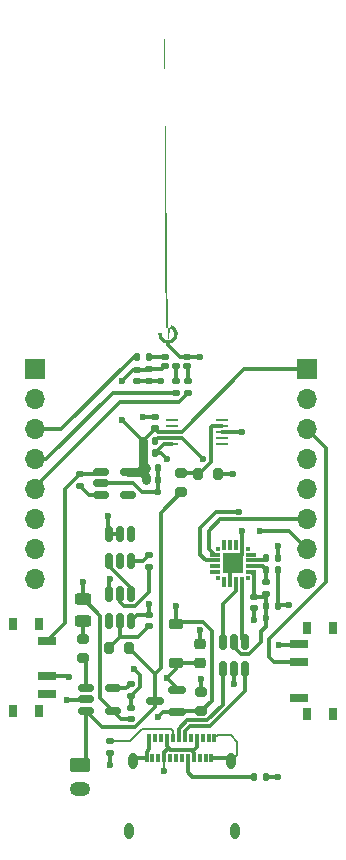
<source format=gbr>
%TF.GenerationSoftware,KiCad,Pcbnew,9.0.0*%
%TF.CreationDate,2025-05-10T20:39:51+02:00*%
%TF.ProjectId,ESP32CAM Shield,45535033-3243-4414-9d20-536869656c64,rev?*%
%TF.SameCoordinates,Original*%
%TF.FileFunction,Copper,L1,Top*%
%TF.FilePolarity,Positive*%
%FSLAX46Y46*%
G04 Gerber Fmt 4.6, Leading zero omitted, Abs format (unit mm)*
G04 Created by KiCad (PCBNEW 9.0.0) date 2025-05-10 20:39:51*
%MOMM*%
%LPD*%
G01*
G04 APERTURE LIST*
G04 Aperture macros list*
%AMRoundRect*
0 Rectangle with rounded corners*
0 $1 Rounding radius*
0 $2 $3 $4 $5 $6 $7 $8 $9 X,Y pos of 4 corners*
0 Add a 4 corners polygon primitive as box body*
4,1,4,$2,$3,$4,$5,$6,$7,$8,$9,$2,$3,0*
0 Add four circle primitives for the rounded corners*
1,1,$1+$1,$2,$3*
1,1,$1+$1,$4,$5*
1,1,$1+$1,$6,$7*
1,1,$1+$1,$8,$9*
0 Add four rect primitives between the rounded corners*
20,1,$1+$1,$2,$3,$4,$5,0*
20,1,$1+$1,$4,$5,$6,$7,0*
20,1,$1+$1,$6,$7,$8,$9,0*
20,1,$1+$1,$8,$9,$2,$3,0*%
%AMFreePoly0*
4,1,64,0.235711,1.439036,0.382774,1.378120,0.515127,1.289684,0.627684,1.177127,0.716120,1.044774,0.777036,0.897711,0.808090,0.741590,0.808090,0.582410,0.777036,0.426289,0.716120,0.279226,0.627684,0.146873,0.515127,0.034316,0.382774,-0.054120,0.235711,-0.115036,0.079590,-0.146090,0.031746,-0.146090,0.029264,-0.147118,-0.029264,-0.147118,-0.031746,-0.146090,-0.079590,-0.146090,
-0.235711,-0.115036,-0.382774,-0.054120,-0.515127,0.034316,-0.627684,0.146873,-0.716120,0.279226,-0.777036,0.426289,-0.808090,0.582410,-0.808090,0.729406,-0.512000,0.729406,-0.512000,0.594594,-0.477108,0.464375,-0.409702,0.347625,-0.314375,0.252298,-0.197625,0.184892,-0.067406,0.150000,0.067406,0.150000,0.197625,0.184892,0.314375,0.252298,0.409702,0.347625,0.477108,0.464375,
0.512000,0.594594,0.512000,0.729406,0.477108,0.859625,0.409702,0.976375,0.314375,1.071702,0.197625,1.139108,0.067406,1.174000,-0.067406,1.174000,-0.197625,1.139108,-0.314375,1.071702,-0.409702,0.976375,-0.477108,0.859625,-0.512000,0.729406,-0.808090,0.729406,-0.808090,0.741590,-0.777036,0.897711,-0.716120,1.044774,-0.627684,1.177127,-0.515127,1.289684,-0.382774,1.378120,
-0.235711,1.439036,-0.079590,1.470090,0.079590,1.470090,0.235711,1.439036,0.235711,1.439036,$1*%
G04 Aperture macros list end*
%TA.AperFunction,SMDPad,CuDef*%
%ADD10RoundRect,0.140000X-0.140000X-0.170000X0.140000X-0.170000X0.140000X0.170000X-0.140000X0.170000X0*%
%TD*%
%TA.AperFunction,SMDPad,CuDef*%
%ADD11RoundRect,0.140000X-0.170000X0.140000X-0.170000X-0.140000X0.170000X-0.140000X0.170000X0.140000X0*%
%TD*%
%TA.AperFunction,SMDPad,CuDef*%
%ADD12RoundRect,0.135000X0.135000X0.185000X-0.135000X0.185000X-0.135000X-0.185000X0.135000X-0.185000X0*%
%TD*%
%TA.AperFunction,SMDPad,CuDef*%
%ADD13RoundRect,0.140000X0.170000X-0.140000X0.170000X0.140000X-0.170000X0.140000X-0.170000X-0.140000X0*%
%TD*%
%TA.AperFunction,SMDPad,CuDef*%
%ADD14RoundRect,0.135000X-0.185000X0.135000X-0.185000X-0.135000X0.185000X-0.135000X0.185000X0.135000X0*%
%TD*%
%TA.AperFunction,SMDPad,CuDef*%
%ADD15RoundRect,0.150000X0.587500X0.150000X-0.587500X0.150000X-0.587500X-0.150000X0.587500X-0.150000X0*%
%TD*%
%TA.AperFunction,ComponentPad*%
%ADD16RoundRect,0.250000X-0.625000X0.350000X-0.625000X-0.350000X0.625000X-0.350000X0.625000X0.350000X0*%
%TD*%
%TA.AperFunction,ComponentPad*%
%ADD17O,1.750000X1.200000*%
%TD*%
%TA.AperFunction,SMDPad,CuDef*%
%ADD18RoundRect,0.225000X0.375000X-0.225000X0.375000X0.225000X-0.375000X0.225000X-0.375000X-0.225000X0*%
%TD*%
%TA.AperFunction,SMDPad,CuDef*%
%ADD19RoundRect,0.150000X0.150000X-0.512500X0.150000X0.512500X-0.150000X0.512500X-0.150000X-0.512500X0*%
%TD*%
%TA.AperFunction,SMDPad,CuDef*%
%ADD20R,0.300000X0.300000*%
%TD*%
%TA.AperFunction,SMDPad,CuDef*%
%ADD21R,0.300000X0.900000*%
%TD*%
%TA.AperFunction,SMDPad,CuDef*%
%ADD22R,0.900000X0.300000*%
%TD*%
%TA.AperFunction,SMDPad,CuDef*%
%ADD23R,1.800000X1.800000*%
%TD*%
%TA.AperFunction,SMDPad,CuDef*%
%ADD24RoundRect,0.200000X-0.275000X0.200000X-0.275000X-0.200000X0.275000X-0.200000X0.275000X0.200000X0*%
%TD*%
%TA.AperFunction,SMDPad,CuDef*%
%ADD25RoundRect,0.200000X0.275000X-0.200000X0.275000X0.200000X-0.275000X0.200000X-0.275000X-0.200000X0*%
%TD*%
%TA.AperFunction,SMDPad,CuDef*%
%ADD26RoundRect,0.150000X-0.512500X-0.150000X0.512500X-0.150000X0.512500X0.150000X-0.512500X0.150000X0*%
%TD*%
%TA.AperFunction,SMDPad,CuDef*%
%ADD27RoundRect,0.135000X-0.135000X-0.185000X0.135000X-0.185000X0.135000X0.185000X-0.135000X0.185000X0*%
%TD*%
%TA.AperFunction,SMDPad,CuDef*%
%ADD28R,0.800000X1.000000*%
%TD*%
%TA.AperFunction,SMDPad,CuDef*%
%ADD29R,1.500000X0.700000*%
%TD*%
%TA.AperFunction,SMDPad,CuDef*%
%ADD30RoundRect,0.135000X0.185000X-0.135000X0.185000X0.135000X-0.185000X0.135000X-0.185000X-0.135000X0*%
%TD*%
%TA.AperFunction,SMDPad,CuDef*%
%ADD31RoundRect,0.200000X0.200000X0.275000X-0.200000X0.275000X-0.200000X-0.275000X0.200000X-0.275000X0*%
%TD*%
%TA.AperFunction,SMDPad,CuDef*%
%ADD32RoundRect,0.150000X-0.150000X0.512500X-0.150000X-0.512500X0.150000X-0.512500X0.150000X0.512500X0*%
%TD*%
%TA.AperFunction,SMDPad,CuDef*%
%ADD33RoundRect,0.225000X0.250000X-0.225000X0.250000X0.225000X-0.250000X0.225000X-0.250000X-0.225000X0*%
%TD*%
%TA.AperFunction,SMDPad,CuDef*%
%ADD34RoundRect,0.243750X0.456250X-0.243750X0.456250X0.243750X-0.456250X0.243750X-0.456250X-0.243750X0*%
%TD*%
%TA.AperFunction,SMDPad,CuDef*%
%ADD35R,1.100000X0.250000*%
%TD*%
%TA.AperFunction,SMDPad,CuDef*%
%ADD36R,0.300000X0.700000*%
%TD*%
%TA.AperFunction,HeatsinkPad*%
%ADD37O,0.800000X1.400000*%
%TD*%
%TA.AperFunction,SMDPad,CuDef*%
%ADD38RoundRect,0.130500X0.169500X0.130500X-0.169500X0.130500X-0.169500X-0.130500X0.169500X-0.130500X0*%
%TD*%
%TA.AperFunction,SMDPad,CuDef*%
%ADD39FreePoly0,270.000000*%
%TD*%
%TA.AperFunction,ComponentPad*%
%ADD40R,1.700000X1.700000*%
%TD*%
%TA.AperFunction,ComponentPad*%
%ADD41O,1.700000X1.700000*%
%TD*%
%TA.AperFunction,ViaPad*%
%ADD42C,0.600000*%
%TD*%
%TA.AperFunction,Conductor*%
%ADD43C,0.300000*%
%TD*%
%TA.AperFunction,Conductor*%
%ADD44C,0.200000*%
%TD*%
%TA.AperFunction,Conductor*%
%ADD45C,0.750000*%
%TD*%
G04 APERTURE END LIST*
D10*
%TO.P,C5,1*%
%TO.N,+3.3V*%
X136680000Y-75438000D03*
%TO.P,C5,2*%
%TO.N,GND*%
X137640000Y-75438000D03*
%TD*%
D11*
%TO.P,C3,1*%
%TO.N,+3.3V*%
X136906000Y-67112000D03*
%TO.P,C3,2*%
%TO.N,GND*%
X136906000Y-68072000D03*
%TD*%
D10*
%TO.P,C4,1*%
%TO.N,+3.3V*%
X136680000Y-76454000D03*
%TO.P,C4,2*%
%TO.N,GND*%
X137640000Y-76454000D03*
%TD*%
D12*
%TO.P,R16,1*%
%TO.N,VBUS*%
X147832000Y-83058000D03*
%TO.P,R16,2*%
%TO.N,Net-(U5-~{RST})*%
X146812000Y-83058000D03*
%TD*%
D13*
%TO.P,C1,1*%
%TO.N,VBUS*%
X135382000Y-96746000D03*
%TO.P,C1,2*%
%TO.N,GND*%
X135382000Y-95786000D03*
%TD*%
D14*
%TO.P,R18,1*%
%TO.N,Net-(J4-CC1)*%
X133604000Y-98548000D03*
%TO.P,R18,2*%
%TO.N,GND*%
X133604000Y-99568000D03*
%TD*%
D12*
%TO.P,R8,1*%
%TO.N,I2C_SCL*%
X137414000Y-74168000D03*
%TO.P,R8,2*%
%TO.N,+3.3V*%
X136394000Y-74168000D03*
%TD*%
D15*
%TO.P,Q1,1,G*%
%TO.N,VBUS*%
X139289000Y-96134000D03*
%TO.P,Q1,2,S*%
%TO.N,Net-(D1-K)*%
X139289000Y-94234000D03*
%TO.P,Q1,3,D*%
%TO.N,+BATT*%
X137414000Y-95184000D03*
%TD*%
D14*
%TO.P,R10,1*%
%TO.N,Net-(MK1-WS)*%
X140208000Y-68070000D03*
%TO.P,R10,2*%
%TO.N,I2S_WS*%
X140208000Y-69090000D03*
%TD*%
D16*
%TO.P,J3,1,Pin_1*%
%TO.N,+BATT*%
X131064000Y-100616000D03*
D17*
%TO.P,J3,2,Pin_2*%
%TO.N,GND*%
X131064000Y-102616000D03*
%TD*%
D18*
%TO.P,D1,1,K*%
%TO.N,Net-(D1-K)*%
X139192000Y-91946000D03*
%TO.P,D1,2,A*%
%TO.N,VBUS*%
X139192000Y-88646000D03*
%TD*%
D19*
%TO.P,U6,1,I/O1*%
%TO.N,USB_CONN_D+*%
X143134000Y-92456000D03*
%TO.P,U6,2,GND*%
%TO.N,GND*%
X144084000Y-92456000D03*
%TO.P,U6,3,I/O2*%
%TO.N,USB_CONN_D-*%
X145034000Y-92456000D03*
%TO.P,U6,4,I/O2*%
%TO.N,USB_D-*%
X145034000Y-90181000D03*
%TO.P,U6,5,VBUS*%
%TO.N,VBUS*%
X144084000Y-90181000D03*
%TO.P,U6,6,I/O1*%
%TO.N,USB_D+*%
X143134000Y-90181000D03*
%TD*%
D20*
%TO.P,U5,1,RS485/GPIO.1*%
%TO.N,unconnected-(U5-RS485{slash}GPIO.1-Pad1)*%
X142764000Y-84790000D03*
D21*
%TO.P,U5,2,CLK/GPIO.0*%
%TO.N,unconnected-(U5-CLK{slash}GPIO.0-Pad2)*%
X143264000Y-85090000D03*
%TO.P,U5,3,GND*%
%TO.N,GND*%
X143764000Y-85090000D03*
%TO.P,U5,4,D+*%
%TO.N,USB_D+*%
X144264000Y-85090000D03*
%TO.P,U5,5,D-*%
%TO.N,USB_D-*%
X144764000Y-85090000D03*
D20*
%TO.P,U5,6,VDD*%
%TO.N,VDD*%
X145264000Y-84790000D03*
D22*
%TO.P,U5,7,VREGIN*%
%TO.N,VBUS*%
X145564000Y-84290000D03*
%TO.P,U5,8,VBUS*%
%TO.N,Net-(U5-VBUS)*%
X145564000Y-83790000D03*
%TO.P,U5,9,~{RST}*%
%TO.N,Net-(U5-~{RST})*%
X145564000Y-83290000D03*
%TO.P,U5,10,NC*%
%TO.N,unconnected-(U5-NC-Pad10)*%
X145564000Y-82790000D03*
D20*
%TO.P,U5,11,~{SUSPEND}*%
%TO.N,unconnected-(U5-~{SUSPEND}-Pad11)*%
X145264000Y-82290000D03*
D21*
%TO.P,U5,12,GND*%
%TO.N,GND*%
X144764000Y-81990000D03*
%TO.P,U5,13,~{WAKEUP}*%
%TO.N,unconnected-(U5-~{WAKEUP}-Pad13)*%
X144264000Y-81990000D03*
%TO.P,U5,14,SUSPEND*%
%TO.N,unconnected-(U5-SUSPEND-Pad14)*%
X143764000Y-81990000D03*
%TO.P,U5,15,~{CTS}*%
%TO.N,unconnected-(U5-~{CTS}-Pad15)*%
X143264000Y-81990000D03*
D20*
%TO.P,U5,16,~{RTS}*%
%TO.N,unconnected-(U5-~{RTS}-Pad16)*%
X142764000Y-82290000D03*
D22*
%TO.P,U5,17,RXD*%
%TO.N,UART_USB_RX*%
X142464000Y-82790000D03*
%TO.P,U5,18,TXD*%
%TO.N,UART_USB_TX*%
X142464000Y-83290000D03*
%TO.P,U5,19,~{RXT}/GPIO.3*%
%TO.N,unconnected-(U5-~{RXT}{slash}GPIO.3-Pad19)*%
X142464000Y-83790000D03*
%TO.P,U5,20,~{TXT}/GPIO.2*%
%TO.N,unconnected-(U5-~{TXT}{slash}GPIO.2-Pad20)*%
X142464000Y-84290000D03*
D23*
%TO.P,U5,21,GND*%
%TO.N,GND*%
X144014000Y-83540000D03*
%TD*%
D24*
%TO.P,R5,1*%
%TO.N,Net-(U3-AIN0)*%
X139637000Y-75883000D03*
%TO.P,R5,2*%
%TO.N,+BATT*%
X139637000Y-77533000D03*
%TD*%
D25*
%TO.P,R3,1*%
%TO.N,Net-(U1-STAT)*%
X131318000Y-91566000D03*
%TO.P,R3,2*%
%TO.N,Net-(D2-K)*%
X131318000Y-89916000D03*
%TD*%
D26*
%TO.P,U2,1,VIN*%
%TO.N,Net-(SW2-A)*%
X132853000Y-75824000D03*
%TO.P,U2,2,GND*%
%TO.N,GND*%
X132853000Y-76774000D03*
%TO.P,U2,3,EN*%
%TO.N,Net-(U2-EN)*%
X132853000Y-77724000D03*
%TO.P,U2,4,NC*%
%TO.N,unconnected-(U2-NC-Pad4)*%
X135128000Y-77724000D03*
%TO.P,U2,5,VOUT*%
%TO.N,+3.3V*%
X135128000Y-75824000D03*
%TD*%
D27*
%TO.P,R15,1*%
%TO.N,Net-(U5-VBUS)*%
X146810000Y-84074000D03*
%TO.P,R15,2*%
%TO.N,GND*%
X147830000Y-84074000D03*
%TD*%
D28*
%TO.P,SW2,*%
%TO.N,*%
X127602000Y-88712000D03*
X125392000Y-88712000D03*
X127602000Y-96012000D03*
X125392000Y-96012000D03*
D29*
%TO.P,SW2,1,A*%
%TO.N,Net-(SW2-A)*%
X128252000Y-90112000D03*
%TO.P,SW2,2,B*%
%TO.N,Net-(D1-K)*%
X128252000Y-93112000D03*
%TO.P,SW2,3,C*%
%TO.N,unconnected-(SW2-C-Pad3)*%
X128252000Y-94612000D03*
%TD*%
D30*
%TO.P,R2,1*%
%TO.N,GND*%
X135382000Y-94744000D03*
%TO.P,R2,2*%
%TO.N,Net-(U1-PROG)*%
X135382000Y-93724000D03*
%TD*%
%TO.P,R12,1*%
%TO.N,Net-(U4-CS)*%
X136906000Y-83822000D03*
%TO.P,R12,2*%
%TO.N,Net-(Q2-Pad6)*%
X136906000Y-82802000D03*
%TD*%
D31*
%TO.P,R7,1*%
%TO.N,+BATT*%
X135191000Y-90678000D03*
%TO.P,R7,2*%
%TO.N,Net-(U4-VCC)*%
X133541000Y-90678000D03*
%TD*%
D11*
%TO.P,C10,1*%
%TO.N,VBUS*%
X145768000Y-86388000D03*
%TO.P,C10,2*%
%TO.N,GND*%
X145768000Y-87348000D03*
%TD*%
%TO.P,C6,1*%
%TO.N,+3.3V*%
X135890000Y-67140000D03*
%TO.P,C6,2*%
%TO.N,GND*%
X135890000Y-68100000D03*
%TD*%
D27*
%TO.P,R17,1*%
%TO.N,Net-(J4-CC2)*%
X145792000Y-101600000D03*
%TO.P,R17,2*%
%TO.N,GND*%
X146812000Y-101600000D03*
%TD*%
D24*
%TO.P,R1,1*%
%TO.N,GND*%
X141321000Y-94425000D03*
%TO.P,R1,2*%
%TO.N,VBUS*%
X141321000Y-96075000D03*
%TD*%
D30*
%TO.P,R14,1*%
%TO.N,VBUS*%
X146812000Y-86108000D03*
%TO.P,R14,2*%
%TO.N,Net-(U5-VBUS)*%
X146812000Y-85088000D03*
%TD*%
D32*
%TO.P,Q2,1*%
%TO.N,unconnected-(Q2-Pad1)*%
X135382000Y-81037000D03*
%TO.P,Q2,2*%
%TO.N,GND*%
X134432000Y-81037000D03*
%TO.P,Q2,3*%
X133482000Y-81037000D03*
%TO.P,Q2,4*%
%TO.N,Net-(U4-OD)*%
X133482000Y-83312000D03*
%TO.P,Q2,5*%
%TO.N,Net-(U4-OC)*%
X134432000Y-83312000D03*
%TO.P,Q2,6*%
%TO.N,Net-(Q2-Pad6)*%
X135382000Y-83312000D03*
%TD*%
D12*
%TO.P,R9,1*%
%TO.N,I2C_SDA*%
X137416000Y-73152000D03*
%TO.P,R9,2*%
%TO.N,+3.3V*%
X136396000Y-73152000D03*
%TD*%
D10*
%TO.P,C9,1*%
%TO.N,VBUS*%
X146840000Y-87122000D03*
%TO.P,C9,2*%
%TO.N,GND*%
X147800000Y-87122000D03*
%TD*%
D33*
%TO.P,C2,1*%
%TO.N,Net-(D1-K)*%
X141224000Y-91948000D03*
%TO.P,C2,2*%
%TO.N,GND*%
X141224000Y-90398000D03*
%TD*%
D12*
%TO.P,R11,1*%
%TO.N,Net-(MK1-BCLK)*%
X136908000Y-66040000D03*
%TO.P,R11,2*%
%TO.N,I2S_BCLK*%
X135888000Y-66040000D03*
%TD*%
D14*
%TO.P,R13,1*%
%TO.N,Net-(MK1-DATA)*%
X139192000Y-68070000D03*
%TO.P,R13,2*%
%TO.N,I2S_DATA*%
X139192000Y-69090000D03*
%TD*%
D28*
%TO.P,SW1,*%
%TO.N,*%
X150274000Y-96300000D03*
X152484000Y-96300000D03*
X150274000Y-89000000D03*
X152484000Y-89000000D03*
D29*
%TO.P,SW1,1,A*%
%TO.N,unconnected-(SW1-A-Pad1)*%
X149624000Y-94900000D03*
%TO.P,SW1,2,B*%
%TO.N,io00*%
X149624000Y-91900000D03*
%TO.P,SW1,3,C*%
%TO.N,GND*%
X149624000Y-90400000D03*
%TD*%
D32*
%TO.P,U4,1,OD*%
%TO.N,Net-(U4-OD)*%
X135382000Y-86117000D03*
%TO.P,U4,2,CS*%
%TO.N,Net-(U4-CS)*%
X134432000Y-86117000D03*
%TO.P,U4,3,OC*%
%TO.N,Net-(U4-OC)*%
X133482000Y-86117000D03*
%TO.P,U4,4,TD*%
%TO.N,unconnected-(U4-TD-Pad4)*%
X133482000Y-88392000D03*
%TO.P,U4,5,VCC*%
%TO.N,Net-(U4-VCC)*%
X134432000Y-88392000D03*
%TO.P,U4,6,GND*%
%TO.N,GND*%
X135382000Y-88392000D03*
%TD*%
D34*
%TO.P,D2,1,K*%
%TO.N,Net-(D2-K)*%
X131318000Y-88392000D03*
%TO.P,D2,2,A*%
%TO.N,VBUS*%
X131318000Y-86517000D03*
%TD*%
D35*
%TO.P,U3,1,ADDR*%
%TO.N,unconnected-(U3-ADDR-Pad1)*%
X143120000Y-73390000D03*
%TO.P,U3,2,ALERT/RDY*%
%TO.N,unconnected-(U3-ALERT{slash}RDY-Pad2)*%
X143120000Y-72890000D03*
%TO.P,U3,3,GND*%
%TO.N,GND*%
X143120000Y-72390000D03*
%TO.P,U3,4,AIN0*%
%TO.N,Net-(U3-AIN0)*%
X143120000Y-71890000D03*
%TO.P,U3,5,AIN1*%
%TO.N,unconnected-(U3-AIN1-Pad5)*%
X143120000Y-71390000D03*
%TO.P,U3,6,AIN2*%
%TO.N,unconnected-(U3-AIN2-Pad6)*%
X138820000Y-71390000D03*
%TO.P,U3,7,AIN3*%
%TO.N,unconnected-(U3-AIN3-Pad7)*%
X138820000Y-71890000D03*
%TO.P,U3,8,VDD*%
%TO.N,+3.3V*%
X138820000Y-72390000D03*
%TO.P,U3,9,SDA*%
%TO.N,I2C_SDA*%
X138820000Y-72890000D03*
%TO.P,U3,10,SCL*%
%TO.N,I2C_SCL*%
X138820000Y-73390000D03*
%TD*%
D26*
%TO.P,U1,1,STAT*%
%TO.N,Net-(U1-STAT)*%
X131572000Y-94112000D03*
%TO.P,U1,2,V_{SS}*%
%TO.N,GND*%
X131572000Y-95062000D03*
%TO.P,U1,3,V_{BAT}*%
%TO.N,+BATT*%
X131572000Y-96012000D03*
%TO.P,U1,4,V_{DD}*%
%TO.N,VBUS*%
X133847000Y-96012000D03*
%TO.P,U1,5,PROG*%
%TO.N,Net-(U1-PROG)*%
X133847000Y-94112000D03*
%TD*%
D13*
%TO.P,C7,1*%
%TO.N,Net-(U4-VCC)*%
X136906000Y-88872000D03*
%TO.P,C7,2*%
%TO.N,GND*%
X136906000Y-87912000D03*
%TD*%
D36*
%TO.P,J4,A1,GND*%
%TO.N,GND*%
X136950000Y-98358000D03*
%TO.P,J4,A2*%
%TO.N,N/C*%
X137450000Y-98358000D03*
%TO.P,J4,A3*%
X137950000Y-98358000D03*
%TO.P,J4,A4,VBUS*%
%TO.N,VBUS*%
X138450000Y-98358000D03*
%TO.P,J4,A5,CC1*%
%TO.N,Net-(J4-CC1)*%
X138950000Y-98358000D03*
%TO.P,J4,A6,D+*%
%TO.N,USB_CONN_D+*%
X139450000Y-98358000D03*
%TO.P,J4,A7,D-*%
%TO.N,USB_CONN_D-*%
X139950000Y-98358000D03*
%TO.P,J4,A8*%
%TO.N,N/C*%
X140450000Y-98358000D03*
%TO.P,J4,A9,VBUS*%
%TO.N,VBUS*%
X140950000Y-98358000D03*
%TO.P,J4,A10*%
%TO.N,N/C*%
X141450000Y-98358000D03*
%TO.P,J4,A11*%
X141950000Y-98358000D03*
%TO.P,J4,A12,GND*%
%TO.N,GND*%
X142450000Y-98358000D03*
%TO.P,J4,B1,GND*%
X142200000Y-100058000D03*
%TO.P,J4,B2*%
%TO.N,N/C*%
X141700000Y-100058000D03*
%TO.P,J4,B3*%
X141200000Y-100058000D03*
%TO.P,J4,B4,VBUS*%
%TO.N,VBUS*%
X140700000Y-100058000D03*
%TO.P,J4,B5,CC2*%
%TO.N,Net-(J4-CC2)*%
X140200000Y-100058000D03*
%TO.P,J4,B6,D+*%
%TO.N,unconnected-(J4-D+-PadB6)*%
X139700000Y-100058000D03*
%TO.P,J4,B7,D-*%
%TO.N,unconnected-(J4-D--PadB7)*%
X139200000Y-100058000D03*
%TO.P,J4,B8*%
%TO.N,N/C*%
X138700000Y-100058000D03*
%TO.P,J4,B9,VBUS*%
%TO.N,VBUS*%
X138200000Y-100058000D03*
%TO.P,J4,B10*%
%TO.N,N/C*%
X137700000Y-100058000D03*
%TO.P,J4,B11*%
X137200000Y-100058000D03*
%TO.P,J4,B12,GND*%
%TO.N,GND*%
X136700000Y-100058000D03*
D37*
%TO.P,J4,S1,SHIELD*%
X135210000Y-106218000D03*
X135570000Y-100268000D03*
X143830000Y-100268000D03*
X144190000Y-106218000D03*
%TD*%
D31*
%TO.P,R6,1*%
%TO.N,GND*%
X142748000Y-75946000D03*
%TO.P,R6,2*%
%TO.N,Net-(U3-AIN0)*%
X141098000Y-75946000D03*
%TD*%
D38*
%TO.P,MK1,1,WS*%
%TO.N,Net-(MK1-WS)*%
X140092000Y-66862000D03*
%TO.P,MK1,2,SEL*%
%TO.N,GND*%
X140092000Y-66040000D03*
D39*
%TO.P,MK1,3,GND*%
X138530000Y-64788000D03*
D38*
%TO.P,MK1,4,BCLK*%
%TO.N,Net-(MK1-BCLK)*%
X138292000Y-66040000D03*
%TO.P,MK1,5,VDD*%
%TO.N,+3.3V*%
X138292000Y-66862000D03*
%TO.P,MK1,6,DATA*%
%TO.N,Net-(MK1-DATA)*%
X139192000Y-66862000D03*
%TD*%
D40*
%TO.P,J2,1,Pin_1*%
%TO.N,+3.3V*%
X150317200Y-67106800D03*
D41*
%TO.P,J2,2,Pin_2*%
%TO.N,unconnected-(J2-Pin_2-Pad2)*%
X150317200Y-69646800D03*
%TO.P,J2,3,Pin_3*%
%TO.N,io00*%
X150317200Y-72186800D03*
%TO.P,J2,4,Pin_4*%
%TO.N,GND*%
X150317200Y-74726800D03*
%TO.P,J2,5,Pin_5*%
%TO.N,unconnected-(J2-Pin_5-Pad5)*%
X150317200Y-77266800D03*
%TO.P,J2,6,Pin_6*%
%TO.N,UART_USB_RX*%
X150317200Y-79806800D03*
%TO.P,J2,7,Pin_7*%
%TO.N,UART_USB_TX*%
X150317200Y-82346800D03*
%TO.P,J2,8,Pin_8*%
%TO.N,GND*%
X150317200Y-84886800D03*
%TD*%
D13*
%TO.P,C8,1*%
%TO.N,+3.3V*%
X137414000Y-72108000D03*
%TO.P,C8,2*%
%TO.N,GND*%
X137414000Y-71148000D03*
%TD*%
D30*
%TO.P,R4,1*%
%TO.N,Net-(U2-EN)*%
X131064000Y-76964000D03*
%TO.P,R4,2*%
%TO.N,Net-(SW2-A)*%
X131064000Y-75944000D03*
%TD*%
D40*
%TO.P,J1,1,Pin_1*%
%TO.N,unconnected-(J1-Pin_1-Pad1)*%
X127254000Y-67106800D03*
D41*
%TO.P,J1,2,Pin_2*%
%TO.N,GND*%
X127254000Y-69646800D03*
%TO.P,J1,3,Pin_3*%
%TO.N,I2S_BCLK*%
X127254000Y-72186800D03*
%TO.P,J1,4,Pin_4*%
%TO.N,I2S_DATA*%
X127254000Y-74726800D03*
%TO.P,J1,5,Pin_5*%
%TO.N,I2S_WS*%
X127254000Y-77266800D03*
%TO.P,J1,6,Pin_6*%
%TO.N,I2C_SCL*%
X127254000Y-79806800D03*
%TO.P,J1,7,Pin_7*%
%TO.N,I2C_SDA*%
X127254000Y-82346800D03*
%TO.P,J1,8,Pin_8*%
%TO.N,unconnected-(J1-Pin_8-Pad8)*%
X127254000Y-84886800D03*
%TD*%
D42*
%TO.N,VBUS*%
X138176000Y-101092000D03*
X137668000Y-96520000D03*
%TO.N,GND*%
X135636000Y-92456000D03*
X136906000Y-86995000D03*
X144100900Y-93778834D03*
X137629889Y-77495727D03*
X147828000Y-101600000D03*
X148751468Y-87082303D03*
X145764465Y-88370168D03*
X144780000Y-72390000D03*
X130004138Y-95070565D03*
X133477000Y-79502000D03*
X137922000Y-68072000D03*
X141224000Y-89154000D03*
X141224000Y-66040000D03*
X144780000Y-80772000D03*
X136398000Y-71120000D03*
X144018000Y-75946000D03*
X133604000Y-100584000D03*
X147955000Y-90424000D03*
X141351000Y-93345000D03*
%TO.N,+3.3V*%
X134620000Y-71374000D03*
X134620000Y-68072000D03*
%TO.N,VBUS*%
X139192000Y-87122000D03*
X131318000Y-85090000D03*
X147828000Y-82042000D03*
X146812000Y-88138000D03*
%TO.N,I2C_SDA*%
X141478000Y-74676000D03*
%TO.N,I2C_SCL*%
X138430000Y-74676000D03*
%TO.N,Net-(U4-OC)*%
X133604000Y-84836000D03*
X134432000Y-83312000D03*
%TO.N,Net-(D1-K)*%
X130104753Y-93117964D03*
X138430000Y-93218000D03*
%TO.N,UART_USB_TX*%
X144526000Y-79156800D03*
X146304000Y-80772000D03*
%TD*%
D43*
%TO.N,GND*%
X138530000Y-65046653D02*
X138530000Y-64788000D01*
X139523347Y-66040000D02*
X138530000Y-65046653D01*
X140092000Y-66040000D02*
X139523347Y-66040000D01*
X143120000Y-72390000D02*
X144780000Y-72390000D01*
D44*
%TO.N,VBUS*%
X138176000Y-100082000D02*
X138200000Y-100058000D01*
X138176000Y-101092000D02*
X138176000Y-100082000D01*
%TO.N,Net-(J4-CC1)*%
X135312313Y-98548000D02*
X133604000Y-98548000D01*
X136324313Y-97536000D02*
X135312313Y-98548000D01*
X138730000Y-97536000D02*
X136324313Y-97536000D01*
X138950000Y-97756000D02*
X138730000Y-97536000D01*
X138950000Y-98358000D02*
X138950000Y-97756000D01*
D43*
%TO.N,VBUS*%
X138054000Y-96134000D02*
X137668000Y-96520000D01*
X139289000Y-96134000D02*
X138054000Y-96134000D01*
%TO.N,GND*%
X136144000Y-92964000D02*
X135636000Y-92456000D01*
X136144000Y-93982000D02*
X136144000Y-92964000D01*
X135382000Y-94744000D02*
X136144000Y-93982000D01*
%TO.N,Net-(U3-AIN0)*%
X142243000Y-71890000D02*
X143120000Y-71890000D01*
X142129000Y-74945654D02*
X142129000Y-72004000D01*
X141128654Y-75946000D02*
X142129000Y-74945654D01*
X141098000Y-75946000D02*
X141128654Y-75946000D01*
X142129000Y-72004000D02*
X142243000Y-71890000D01*
%TO.N,Net-(MK1-DATA)*%
X139192000Y-68070000D02*
X139192000Y-66862000D01*
%TO.N,GND*%
X135382000Y-88392000D02*
X135862000Y-87912000D01*
X135780000Y-100058000D02*
X135570000Y-100268000D01*
D44*
X142450000Y-98358000D02*
X142716000Y-98092000D01*
D43*
X136950000Y-99270000D02*
X136950000Y-98358000D01*
X144100900Y-92472900D02*
X144084000Y-92456000D01*
X131563435Y-95070565D02*
X131572000Y-95062000D01*
X144764000Y-81990000D02*
X144764000Y-82790000D01*
X149600000Y-90424000D02*
X149624000Y-90400000D01*
X142748000Y-75946000D02*
X144018000Y-75946000D01*
X137640000Y-76454000D02*
X137640000Y-75438000D01*
X137922000Y-68072000D02*
X136906000Y-68072000D01*
X141351000Y-93345000D02*
X141351000Y-94395000D01*
X136906000Y-87912000D02*
X136906000Y-86995000D01*
X133477000Y-81032000D02*
X133482000Y-81037000D01*
X142200000Y-100058000D02*
X143620000Y-100058000D01*
D44*
X143833562Y-98092000D02*
X144376000Y-98634438D01*
D43*
X141224000Y-89154000D02*
X141224000Y-90398000D01*
X143764000Y-85090000D02*
X143764000Y-83790000D01*
D44*
X144376000Y-99722000D02*
X143830000Y-100268000D01*
D43*
X135410000Y-95758000D02*
X135382000Y-95786000D01*
X136700000Y-100058000D02*
X135780000Y-100058000D01*
X130004138Y-95070565D02*
X131563435Y-95070565D01*
X144780000Y-80772000D02*
X144780000Y-81974000D01*
X148751468Y-87082303D02*
X147839697Y-87082303D01*
X136878000Y-68100000D02*
X136906000Y-68072000D01*
X135553178Y-76774000D02*
X136274905Y-77495727D01*
X136700000Y-100058000D02*
X136700000Y-99520000D01*
X137629889Y-77495727D02*
X137629889Y-76464111D01*
X144780000Y-81974000D02*
X144764000Y-81990000D01*
X134432000Y-81037000D02*
X133482000Y-81037000D01*
X137414000Y-71148000D02*
X136426000Y-71148000D01*
D44*
X142716000Y-98092000D02*
X143833562Y-98092000D01*
D43*
X133604000Y-99568000D02*
X133604000Y-100584000D01*
X145764465Y-88370168D02*
X145764465Y-87351535D01*
X146812000Y-101600000D02*
X147828000Y-101600000D01*
X144100900Y-93778834D02*
X144100900Y-92472900D01*
X147830000Y-87092000D02*
X147800000Y-87122000D01*
X137629889Y-76464111D02*
X137640000Y-76454000D01*
X147830000Y-84074000D02*
X147830000Y-87092000D01*
X141351000Y-94395000D02*
X141321000Y-94425000D01*
X145764465Y-87351535D02*
X145768000Y-87348000D01*
X135862000Y-87912000D02*
X136906000Y-87912000D01*
X135890000Y-68100000D02*
X136878000Y-68100000D01*
X136274905Y-77495727D02*
X137629889Y-77495727D01*
X136426000Y-71148000D02*
X136398000Y-71120000D01*
X144764000Y-82790000D02*
X144014000Y-83540000D01*
X135382000Y-94744000D02*
X135382000Y-95786000D01*
D44*
X144376000Y-98634438D02*
X144376000Y-99722000D01*
D43*
X141224000Y-66040000D02*
X140092000Y-66040000D01*
X147955000Y-90424000D02*
X149600000Y-90424000D01*
X143764000Y-83790000D02*
X144014000Y-83540000D01*
X132853000Y-76774000D02*
X135553178Y-76774000D01*
X133477000Y-79502000D02*
X133477000Y-81032000D01*
X147839697Y-87082303D02*
X147800000Y-87122000D01*
X136700000Y-99520000D02*
X136950000Y-99270000D01*
X143620000Y-100058000D02*
X143830000Y-100268000D01*
%TO.N,Net-(MK1-BCLK)*%
X136908000Y-66040000D02*
X138292000Y-66040000D01*
%TO.N,Net-(MK1-WS)*%
X140208000Y-68070000D02*
X140208000Y-66978000D01*
X140208000Y-66978000D02*
X140092000Y-66862000D01*
%TO.N,+3.3V*%
X138820000Y-72390000D02*
X139697000Y-72390000D01*
X136906000Y-67112000D02*
X138042000Y-67112000D01*
D45*
X136680000Y-75438000D02*
X136394000Y-75152000D01*
X136394000Y-75447000D02*
X136017000Y-75824000D01*
X136294000Y-75824000D02*
X136680000Y-75438000D01*
D43*
X135890000Y-67140000D02*
X135552000Y-67140000D01*
D45*
X136394000Y-75152000D02*
X136396000Y-75150000D01*
D43*
X136396000Y-74166000D02*
X136394000Y-74168000D01*
D45*
X135128000Y-75824000D02*
X136017000Y-75824000D01*
X136394000Y-75152000D02*
X136394000Y-74168000D01*
D43*
X144980200Y-67106800D02*
X150317200Y-67106800D01*
X136878000Y-67140000D02*
X136906000Y-67112000D01*
X137414000Y-72134000D02*
X136396000Y-73152000D01*
X138820000Y-72390000D02*
X137696000Y-72390000D01*
X135552000Y-67140000D02*
X134620000Y-68072000D01*
X135890000Y-67140000D02*
X136878000Y-67140000D01*
X137696000Y-72390000D02*
X137414000Y-72108000D01*
D45*
X136680000Y-76210000D02*
X136294000Y-75824000D01*
X136680000Y-76454000D02*
X136680000Y-76210000D01*
X136017000Y-75824000D02*
X136294000Y-75824000D01*
D43*
X134620000Y-71374000D02*
X134620000Y-71376000D01*
D45*
X136394000Y-75152000D02*
X136394000Y-75447000D01*
D43*
X134620000Y-71376000D02*
X136396000Y-73152000D01*
D45*
X136396000Y-75150000D02*
X136396000Y-73152000D01*
D43*
X139697000Y-72390000D02*
X144980200Y-67106800D01*
X138042000Y-67112000D02*
X138292000Y-66862000D01*
X137414000Y-72108000D02*
X137414000Y-72134000D01*
%TO.N,VBUS*%
X141493654Y-88503000D02*
X139335000Y-88503000D01*
X141321000Y-96075000D02*
X142240000Y-95156000D01*
X135382000Y-96746000D02*
X134581000Y-96746000D01*
X146812000Y-88138000D02*
X146812000Y-87150000D01*
X138450000Y-98358000D02*
X138450000Y-99040000D01*
X139192000Y-87122000D02*
X139192000Y-88646000D01*
X147828000Y-83054000D02*
X147832000Y-83058000D01*
X139348000Y-96075000D02*
X139289000Y-96134000D01*
X140716000Y-99314000D02*
X140950000Y-99080000D01*
X145768000Y-86388000D02*
X145768000Y-84494000D01*
X140950000Y-99080000D02*
X140950000Y-98358000D01*
X146415465Y-89296535D02*
X146812000Y-88900000D01*
X146840000Y-86136000D02*
X146812000Y-86108000D01*
X134581000Y-96746000D02*
X133847000Y-96012000D01*
X144084000Y-90606178D02*
X144672322Y-91194500D01*
X139335000Y-88503000D02*
X139192000Y-88646000D01*
X131318000Y-85090000D02*
X131318000Y-86517000D01*
X145768000Y-84494000D02*
X145564000Y-84290000D01*
X141321000Y-96075000D02*
X139348000Y-96075000D01*
X145395678Y-91194500D02*
X146415465Y-90174713D01*
X140700000Y-100058000D02*
X140700000Y-99552000D01*
X138200000Y-100058000D02*
X138200000Y-99544000D01*
X144672322Y-91194500D02*
X145395678Y-91194500D01*
X144084000Y-90181000D02*
X144084000Y-90606178D01*
X138200000Y-99544000D02*
X138577000Y-99167000D01*
X146840000Y-87122000D02*
X146840000Y-86136000D01*
X138724000Y-99314000D02*
X140462000Y-99314000D01*
X142240000Y-89249346D02*
X141493654Y-88503000D01*
X146532000Y-86388000D02*
X146812000Y-86108000D01*
X142240000Y-95156000D02*
X142240000Y-89249346D01*
X132790000Y-87989000D02*
X131366500Y-86565500D01*
X146812000Y-88900000D02*
X146812000Y-88138000D01*
X146415465Y-90174713D02*
X146415465Y-89296535D01*
X140462000Y-99314000D02*
X140716000Y-99314000D01*
X131366500Y-86565500D02*
X131318000Y-86517000D01*
X133847000Y-96012000D02*
X132790000Y-94955000D01*
X146812000Y-87150000D02*
X146840000Y-87122000D01*
X140700000Y-99552000D02*
X140462000Y-99314000D01*
X138450000Y-99040000D02*
X138724000Y-99314000D01*
X132790000Y-94955000D02*
X132790000Y-87989000D01*
X145768000Y-86388000D02*
X146532000Y-86388000D01*
X147828000Y-82042000D02*
X147828000Y-83054000D01*
%TO.N,Net-(U4-VCC)*%
X134432000Y-89787000D02*
X134432000Y-88392000D01*
X136906000Y-88872000D02*
X135991000Y-89787000D01*
X135991000Y-89787000D02*
X134432000Y-89787000D01*
X133541000Y-90678000D02*
X134432000Y-89787000D01*
%TO.N,+BATT*%
X137414000Y-92901000D02*
X135191000Y-90678000D01*
X137414000Y-92901000D02*
X137922000Y-92393000D01*
X135759260Y-97377000D02*
X137414000Y-95722260D01*
X132937000Y-97377000D02*
X135759260Y-97377000D01*
X131572000Y-96012000D02*
X132937000Y-97377000D01*
X137922000Y-92393000D02*
X137922000Y-79248000D01*
X137414000Y-95722260D02*
X137414000Y-95184000D01*
X131572000Y-100108000D02*
X131572000Y-96012000D01*
X131064000Y-100616000D02*
X131572000Y-100108000D01*
X137922000Y-79248000D02*
X139637000Y-77533000D01*
X137414000Y-95184000D02*
X137414000Y-92901000D01*
%TO.N,Net-(U3-AIN0)*%
X139637000Y-75883000D02*
X141035000Y-75883000D01*
X141035000Y-75883000D02*
X141098000Y-75946000D01*
%TO.N,Net-(D2-K)*%
X131318000Y-89916000D02*
X131318000Y-88392000D01*
%TO.N,Net-(U1-STAT)*%
X131572000Y-94112000D02*
X131572000Y-91820000D01*
X131572000Y-91820000D02*
X131318000Y-91566000D01*
%TO.N,Net-(U1-PROG)*%
X133847000Y-94112000D02*
X134994000Y-94112000D01*
X134994000Y-94112000D02*
X135382000Y-93724000D01*
%TO.N,Net-(J4-CC2)*%
X145792000Y-101600000D02*
X140589000Y-101600000D01*
X140589000Y-101600000D02*
X140200000Y-101211000D01*
X140200000Y-101211000D02*
X140200000Y-100058000D01*
%TO.N,Net-(U5-~{RST})*%
X145564000Y-83290000D02*
X146580000Y-83290000D01*
X146580000Y-83290000D02*
X146812000Y-83058000D01*
%TO.N,I2C_SDA*%
X139692000Y-72890000D02*
X141478000Y-74676000D01*
X137678000Y-72890000D02*
X137416000Y-73152000D01*
X138820000Y-72890000D02*
X137678000Y-72890000D01*
X138820000Y-72890000D02*
X139692000Y-72890000D01*
%TO.N,Net-(U5-VBUS)*%
X146526000Y-83790000D02*
X146810000Y-84074000D01*
X146812000Y-85088000D02*
X146812000Y-84076000D01*
X146812000Y-84076000D02*
X146810000Y-84074000D01*
X145564000Y-83790000D02*
X146526000Y-83790000D01*
%TO.N,I2S_WS*%
X134493000Y-69850000D02*
X127254000Y-77089000D01*
X140208000Y-69090000D02*
X139448000Y-69850000D01*
X139448000Y-69850000D02*
X134493000Y-69850000D01*
X127254000Y-77089000D02*
X127254000Y-77266800D01*
%TO.N,Net-(U4-CS)*%
X134432000Y-86779499D02*
X134432000Y-86117000D01*
X134783001Y-87130500D02*
X134432000Y-86779499D01*
X136906000Y-83822000D02*
X136906000Y-85968178D01*
X135743678Y-87130500D02*
X134783001Y-87130500D01*
X136906000Y-85968178D02*
X135743678Y-87130500D01*
%TO.N,Net-(Q2-Pad6)*%
X135382000Y-83312000D02*
X136396000Y-83312000D01*
X136396000Y-83312000D02*
X136906000Y-82802000D01*
%TO.N,I2C_SCL*%
X138192000Y-73390000D02*
X137414000Y-74168000D01*
X137414000Y-74168000D02*
X137922000Y-74168000D01*
X138820000Y-73390000D02*
X138192000Y-73390000D01*
X137922000Y-74168000D02*
X138430000Y-74676000D01*
%TO.N,Net-(U2-EN)*%
X131824000Y-77724000D02*
X132853000Y-77724000D01*
X131064000Y-76964000D02*
X131824000Y-77724000D01*
%TO.N,Net-(SW2-A)*%
X132733000Y-75944000D02*
X132853000Y-75824000D01*
X128252000Y-90112000D02*
X129794000Y-88570000D01*
X129794000Y-88570000D02*
X129794000Y-77214000D01*
X131064000Y-75944000D02*
X132733000Y-75944000D01*
X129794000Y-77214000D02*
X131064000Y-75944000D01*
%TO.N,USB_D+*%
X144264000Y-85860000D02*
X143134000Y-86990000D01*
X143134000Y-86990000D02*
X143134000Y-90181000D01*
X144264000Y-85090000D02*
X144264000Y-85860000D01*
%TO.N,USB_CONN_D-*%
X139950000Y-98358000D02*
X139950000Y-97740520D01*
X142037294Y-97327000D02*
X145034000Y-94330294D01*
X139950000Y-97740520D02*
X140363520Y-97327000D01*
X145034000Y-94330294D02*
X145034000Y-92456000D01*
X140363520Y-97327000D02*
X142037294Y-97327000D01*
%TO.N,USB_D-*%
X144764000Y-89911000D02*
X144764000Y-85090000D01*
X145034000Y-90181000D02*
X144764000Y-89911000D01*
%TO.N,USB_CONN_D+*%
X139450000Y-97532000D02*
X140156000Y-96826000D01*
X141829774Y-96826000D02*
X143134000Y-95521774D01*
X139450000Y-98358000D02*
X139450000Y-97532000D01*
X143134000Y-95521774D02*
X143134000Y-92456000D01*
X140156000Y-96826000D02*
X141829774Y-96826000D01*
%TO.N,Net-(U4-OC)*%
X133482000Y-84958000D02*
X133604000Y-84836000D01*
X133482000Y-86117000D02*
X133482000Y-84958000D01*
%TO.N,Net-(U4-OD)*%
X133482000Y-83737178D02*
X133482000Y-83312000D01*
X135382000Y-86117000D02*
X135382000Y-85637178D01*
X135382000Y-85637178D02*
X133482000Y-83737178D01*
%TO.N,Net-(D1-K)*%
X130098789Y-93112000D02*
X130104753Y-93117964D01*
X128252000Y-93112000D02*
X130098789Y-93112000D01*
X141222000Y-91946000D02*
X141224000Y-91948000D01*
X138430000Y-93218000D02*
X139289000Y-94077000D01*
X139192000Y-91946000D02*
X141222000Y-91946000D01*
X139192000Y-92456000D02*
X139192000Y-91946000D01*
X139289000Y-94077000D02*
X139289000Y-94234000D01*
X138430000Y-93218000D02*
X139192000Y-92456000D01*
%TO.N,UART_USB_RX*%
X142951200Y-79806800D02*
X150317200Y-79806800D01*
X141986000Y-80772000D02*
X142951200Y-79806800D01*
X142464000Y-82790000D02*
X141986000Y-82312000D01*
X141986000Y-82312000D02*
X141986000Y-80772000D01*
%TO.N,UART_USB_TX*%
X142464000Y-83290000D02*
X141710000Y-83290000D01*
X141224000Y-80518000D02*
X142240000Y-79502000D01*
X142240000Y-79502000D02*
X142585200Y-79156800D01*
X142585200Y-79156800D02*
X144526000Y-79156800D01*
X146304000Y-80772000D02*
X148742400Y-80772000D01*
X141224000Y-82804000D02*
X141224000Y-80518000D01*
X148742400Y-80772000D02*
X150317200Y-82346800D01*
X141710000Y-83290000D02*
X141224000Y-82804000D01*
%TO.N,io00*%
X147526000Y-91900000D02*
X149624000Y-91900000D01*
X150317200Y-72186800D02*
X151892000Y-73761600D01*
X147066000Y-91440000D02*
X147526000Y-91900000D01*
X147066000Y-89916000D02*
X147066000Y-91440000D01*
X151892000Y-73761600D02*
X151892000Y-85090000D01*
X151892000Y-85090000D02*
X147066000Y-89916000D01*
%TO.N,I2S_DATA*%
X128219200Y-74726800D02*
X127254000Y-74726800D01*
X133856000Y-69090000D02*
X128219200Y-74726800D01*
X139192000Y-69090000D02*
X133856000Y-69090000D01*
%TO.N,I2S_BCLK*%
X135636000Y-66040000D02*
X129489200Y-72186800D01*
X135888000Y-66040000D02*
X135888000Y-66092800D01*
X129489200Y-72186800D02*
X127254000Y-72186800D01*
X135888000Y-66040000D02*
X135636000Y-66040000D01*
%TD*%
M02*

</source>
